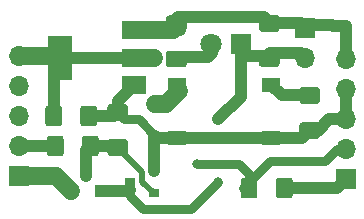
<source format=gbr>
G04 #@! TF.GenerationSoftware,KiCad,Pcbnew,5.1.9-73d0e3b20d~88~ubuntu20.04.1*
G04 #@! TF.CreationDate,2021-04-15T15:02:38+02:00*
G04 #@! TF.ProjectId,Switch3Vx,53776974-6368-4335-9678-2e6b69636164,rev?*
G04 #@! TF.SameCoordinates,Original*
G04 #@! TF.FileFunction,Copper,L1,Top*
G04 #@! TF.FilePolarity,Positive*
%FSLAX46Y46*%
G04 Gerber Fmt 4.6, Leading zero omitted, Abs format (unit mm)*
G04 Created by KiCad (PCBNEW 5.1.9-73d0e3b20d~88~ubuntu20.04.1) date 2021-04-15 15:02:38*
%MOMM*%
%LPD*%
G01*
G04 APERTURE LIST*
G04 #@! TA.AperFunction,SMDPad,CuDef*
%ADD10R,1.550000X1.300000*%
G04 #@! TD*
G04 #@! TA.AperFunction,ComponentPad*
%ADD11C,1.000000*%
G04 #@! TD*
G04 #@! TA.AperFunction,ComponentPad*
%ADD12R,1.000000X1.000000*%
G04 #@! TD*
G04 #@! TA.AperFunction,ComponentPad*
%ADD13R,1.700000X1.700000*%
G04 #@! TD*
G04 #@! TA.AperFunction,ComponentPad*
%ADD14O,1.700000X1.700000*%
G04 #@! TD*
G04 #@! TA.AperFunction,ComponentPad*
%ADD15R,1.800000X1.800000*%
G04 #@! TD*
G04 #@! TA.AperFunction,ComponentPad*
%ADD16C,1.800000*%
G04 #@! TD*
G04 #@! TA.AperFunction,SMDPad,CuDef*
%ADD17R,0.900000X0.800000*%
G04 #@! TD*
G04 #@! TA.AperFunction,SMDPad,CuDef*
%ADD18R,2.000000X3.800000*%
G04 #@! TD*
G04 #@! TA.AperFunction,SMDPad,CuDef*
%ADD19R,2.000000X1.500000*%
G04 #@! TD*
G04 #@! TA.AperFunction,ViaPad*
%ADD20C,0.800000*%
G04 #@! TD*
G04 #@! TA.AperFunction,Conductor*
%ADD21C,1.500000*%
G04 #@! TD*
G04 #@! TA.AperFunction,Conductor*
%ADD22C,1.000000*%
G04 #@! TD*
G04 #@! TA.AperFunction,Conductor*
%ADD23C,0.800000*%
G04 #@! TD*
G04 #@! TA.AperFunction,Conductor*
%ADD24C,0.500000*%
G04 #@! TD*
G04 APERTURE END LIST*
D10*
X49238000Y-93309000D03*
X49238000Y-88809000D03*
X57188000Y-88809000D03*
X57188000Y-93309000D03*
D11*
X41529000Y-96520000D03*
X40259000Y-97790000D03*
D12*
X42799000Y-97790000D03*
D13*
X63500000Y-96774000D03*
D14*
X63500000Y-94234000D03*
X63500000Y-91694000D03*
X63500000Y-89154000D03*
X63500000Y-86614000D03*
G04 #@! TA.AperFunction,SMDPad,CuDef*
G36*
G01*
X38059000Y-92065000D02*
X38059000Y-90815000D01*
G75*
G02*
X38309000Y-90565000I250000J0D01*
G01*
X39234000Y-90565000D01*
G75*
G02*
X39484000Y-90815000I0J-250000D01*
G01*
X39484000Y-92065000D01*
G75*
G02*
X39234000Y-92315000I-250000J0D01*
G01*
X38309000Y-92315000D01*
G75*
G02*
X38059000Y-92065000I0J250000D01*
G01*
G37*
G04 #@! TD.AperFunction*
G04 #@! TA.AperFunction,SMDPad,CuDef*
G36*
G01*
X41034000Y-92065000D02*
X41034000Y-90815000D01*
G75*
G02*
X41284000Y-90565000I250000J0D01*
G01*
X42209000Y-90565000D01*
G75*
G02*
X42459000Y-90815000I0J-250000D01*
G01*
X42459000Y-92065000D01*
G75*
G02*
X42209000Y-92315000I-250000J0D01*
G01*
X41284000Y-92315000D01*
G75*
G02*
X41034000Y-92065000I0J250000D01*
G01*
G37*
G04 #@! TD.AperFunction*
G04 #@! TA.AperFunction,SMDPad,CuDef*
G36*
G01*
X59827000Y-91961000D02*
X61077000Y-91961000D01*
G75*
G02*
X61327000Y-92211000I0J-250000D01*
G01*
X61327000Y-93136000D01*
G75*
G02*
X61077000Y-93386000I-250000J0D01*
G01*
X59827000Y-93386000D01*
G75*
G02*
X59577000Y-93136000I0J250000D01*
G01*
X59577000Y-92211000D01*
G75*
G02*
X59827000Y-91961000I250000J0D01*
G01*
G37*
G04 #@! TD.AperFunction*
G04 #@! TA.AperFunction,SMDPad,CuDef*
G36*
G01*
X59827000Y-88986000D02*
X61077000Y-88986000D01*
G75*
G02*
X61327000Y-89236000I0J-250000D01*
G01*
X61327000Y-90161000D01*
G75*
G02*
X61077000Y-90411000I-250000J0D01*
G01*
X59827000Y-90411000D01*
G75*
G02*
X59577000Y-90161000I0J250000D01*
G01*
X59577000Y-89236000D01*
G75*
G02*
X59827000Y-88986000I250000J0D01*
G01*
G37*
G04 #@! TD.AperFunction*
G04 #@! TA.AperFunction,SMDPad,CuDef*
G36*
G01*
X56398000Y-82890000D02*
X57648000Y-82890000D01*
G75*
G02*
X57898000Y-83140000I0J-250000D01*
G01*
X57898000Y-84065000D01*
G75*
G02*
X57648000Y-84315000I-250000J0D01*
G01*
X56398000Y-84315000D01*
G75*
G02*
X56148000Y-84065000I0J250000D01*
G01*
X56148000Y-83140000D01*
G75*
G02*
X56398000Y-82890000I250000J0D01*
G01*
G37*
G04 #@! TD.AperFunction*
G04 #@! TA.AperFunction,SMDPad,CuDef*
G36*
G01*
X56398000Y-85865000D02*
X57648000Y-85865000D01*
G75*
G02*
X57898000Y-86115000I0J-250000D01*
G01*
X57898000Y-87040000D01*
G75*
G02*
X57648000Y-87290000I-250000J0D01*
G01*
X56398000Y-87290000D01*
G75*
G02*
X56148000Y-87040000I0J250000D01*
G01*
X56148000Y-86115000D01*
G75*
G02*
X56398000Y-85865000I250000J0D01*
G01*
G37*
G04 #@! TD.AperFunction*
D15*
X54610000Y-85344000D03*
D16*
X52070000Y-85344000D03*
D13*
X35814000Y-96520000D03*
D14*
X35814000Y-93980000D03*
X35814000Y-91440000D03*
X35814000Y-88900000D03*
X35814000Y-86360000D03*
D13*
X60071000Y-83947000D03*
D14*
X60071000Y-86487000D03*
D17*
X45228000Y-97028000D03*
X47228000Y-96078000D03*
X47228000Y-97978000D03*
G04 #@! TA.AperFunction,SMDPad,CuDef*
G36*
G01*
X38186000Y-94605000D02*
X38186000Y-93355000D01*
G75*
G02*
X38436000Y-93105000I250000J0D01*
G01*
X39361000Y-93105000D01*
G75*
G02*
X39611000Y-93355000I0J-250000D01*
G01*
X39611000Y-94605000D01*
G75*
G02*
X39361000Y-94855000I-250000J0D01*
G01*
X38436000Y-94855000D01*
G75*
G02*
X38186000Y-94605000I0J250000D01*
G01*
G37*
G04 #@! TD.AperFunction*
G04 #@! TA.AperFunction,SMDPad,CuDef*
G36*
G01*
X41161000Y-94605000D02*
X41161000Y-93355000D01*
G75*
G02*
X41411000Y-93105000I250000J0D01*
G01*
X42336000Y-93105000D01*
G75*
G02*
X42586000Y-93355000I0J-250000D01*
G01*
X42586000Y-94605000D01*
G75*
G02*
X42336000Y-94855000I-250000J0D01*
G01*
X41411000Y-94855000D01*
G75*
G02*
X41161000Y-94605000I0J250000D01*
G01*
G37*
G04 #@! TD.AperFunction*
G04 #@! TA.AperFunction,SMDPad,CuDef*
G36*
G01*
X57576000Y-98161000D02*
X57576000Y-96911000D01*
G75*
G02*
X57826000Y-96661000I250000J0D01*
G01*
X58751000Y-96661000D01*
G75*
G02*
X59001000Y-96911000I0J-250000D01*
G01*
X59001000Y-98161000D01*
G75*
G02*
X58751000Y-98411000I-250000J0D01*
G01*
X57826000Y-98411000D01*
G75*
G02*
X57576000Y-98161000I0J250000D01*
G01*
G37*
G04 #@! TD.AperFunction*
G04 #@! TA.AperFunction,SMDPad,CuDef*
G36*
G01*
X54601000Y-98161000D02*
X54601000Y-96911000D01*
G75*
G02*
X54851000Y-96661000I250000J0D01*
G01*
X55776000Y-96661000D01*
G75*
G02*
X56026000Y-96911000I0J-250000D01*
G01*
X56026000Y-98161000D01*
G75*
G02*
X55776000Y-98411000I-250000J0D01*
G01*
X54851000Y-98411000D01*
G75*
G02*
X54601000Y-98161000I0J250000D01*
G01*
G37*
G04 #@! TD.AperFunction*
G04 #@! TA.AperFunction,SMDPad,CuDef*
G36*
G01*
X49774000Y-87322000D02*
X48524000Y-87322000D01*
G75*
G02*
X48274000Y-87072000I0J250000D01*
G01*
X48274000Y-86147000D01*
G75*
G02*
X48524000Y-85897000I250000J0D01*
G01*
X49774000Y-85897000D01*
G75*
G02*
X50024000Y-86147000I0J-250000D01*
G01*
X50024000Y-87072000D01*
G75*
G02*
X49774000Y-87322000I-250000J0D01*
G01*
G37*
G04 #@! TD.AperFunction*
G04 #@! TA.AperFunction,SMDPad,CuDef*
G36*
G01*
X49774000Y-84347000D02*
X48524000Y-84347000D01*
G75*
G02*
X48274000Y-84097000I0J250000D01*
G01*
X48274000Y-83172000D01*
G75*
G02*
X48524000Y-82922000I250000J0D01*
G01*
X49774000Y-82922000D01*
G75*
G02*
X50024000Y-83172000I0J-250000D01*
G01*
X50024000Y-84097000D01*
G75*
G02*
X49774000Y-84347000I-250000J0D01*
G01*
G37*
G04 #@! TD.AperFunction*
G04 #@! TA.AperFunction,SMDPad,CuDef*
G36*
G01*
X43571000Y-93394500D02*
X44821000Y-93394500D01*
G75*
G02*
X45071000Y-93644500I0J-250000D01*
G01*
X45071000Y-94569500D01*
G75*
G02*
X44821000Y-94819500I-250000J0D01*
G01*
X43571000Y-94819500D01*
G75*
G02*
X43321000Y-94569500I0J250000D01*
G01*
X43321000Y-93644500D01*
G75*
G02*
X43571000Y-93394500I250000J0D01*
G01*
G37*
G04 #@! TD.AperFunction*
G04 #@! TA.AperFunction,SMDPad,CuDef*
G36*
G01*
X43571000Y-90419500D02*
X44821000Y-90419500D01*
G75*
G02*
X45071000Y-90669500I0J-250000D01*
G01*
X45071000Y-91594500D01*
G75*
G02*
X44821000Y-91844500I-250000J0D01*
G01*
X43571000Y-91844500D01*
G75*
G02*
X43321000Y-91594500I0J250000D01*
G01*
X43321000Y-90669500D01*
G75*
G02*
X43571000Y-90419500I250000J0D01*
G01*
G37*
G04 #@! TD.AperFunction*
D18*
X39268000Y-86487000D03*
D19*
X45568000Y-86487000D03*
X45568000Y-84187000D03*
X45568000Y-88787000D03*
D20*
X47371000Y-93091000D03*
X47244000Y-86487000D03*
X47371000Y-90424000D03*
X52705000Y-91694000D03*
X52705000Y-97028000D03*
X50927000Y-95504000D03*
D21*
X38989000Y-96520000D02*
X40259000Y-97790000D01*
X35814000Y-96520000D02*
X37846000Y-96520000D01*
X37846000Y-96520000D02*
X38989000Y-96520000D01*
D22*
X63500000Y-89154000D02*
X63500000Y-91694000D01*
X43888000Y-91440000D02*
X44196000Y-91132000D01*
X41746500Y-91440000D02*
X43888000Y-91440000D01*
X44196000Y-90159000D02*
X45568000Y-88787000D01*
X44196000Y-91132000D02*
X44196000Y-90159000D01*
X47228000Y-93234000D02*
X47371000Y-93091000D01*
X47228000Y-96078000D02*
X47228000Y-93234000D01*
X59816500Y-93309000D02*
X60452000Y-92673500D01*
X57188000Y-93309000D02*
X59816500Y-93309000D01*
X60452000Y-92673500D02*
X61123500Y-92673500D01*
X62103000Y-91694000D02*
X63500000Y-91694000D01*
X61123500Y-92673500D02*
X62103000Y-91694000D01*
X47589000Y-93309000D02*
X47371000Y-93091000D01*
X49238000Y-93309000D02*
X47589000Y-93309000D01*
X49238000Y-93309000D02*
X57188000Y-93309000D01*
D23*
X47371000Y-93091000D02*
X45974000Y-91694000D01*
X44758000Y-91694000D02*
X44196000Y-91132000D01*
X45974000Y-91694000D02*
X44758000Y-91694000D01*
D22*
X39141000Y-86360000D02*
X39268000Y-86487000D01*
D21*
X35814000Y-86360000D02*
X39141000Y-86360000D01*
X45568000Y-86487000D02*
X47244000Y-86487000D01*
D22*
X38771500Y-86983500D02*
X39268000Y-86487000D01*
X38771500Y-91440000D02*
X38771500Y-86983500D01*
X45568000Y-86487000D02*
X39268000Y-86487000D01*
X62738000Y-97536000D02*
X63500000Y-96774000D01*
X58288500Y-97536000D02*
X62738000Y-97536000D01*
D21*
X48258000Y-90424000D02*
X49365000Y-89317000D01*
X47371000Y-90424000D02*
X48258000Y-90424000D01*
D22*
X58077500Y-89698500D02*
X57188000Y-88809000D01*
X60452000Y-89698500D02*
X58077500Y-89698500D01*
X48846000Y-84187000D02*
X48895000Y-84138000D01*
D21*
X45568000Y-84187000D02*
X48846000Y-84187000D01*
D22*
X48895000Y-84138000D02*
X49466000Y-84138000D01*
X59865000Y-83741000D02*
X59690000Y-83566000D01*
X62309000Y-83741000D02*
X59865000Y-83741000D01*
X49585000Y-83336000D02*
X49149000Y-83772000D01*
X63500000Y-86614000D02*
X63500000Y-83820000D01*
X62388000Y-83820000D02*
X62309000Y-83741000D01*
X63500000Y-83820000D02*
X62388000Y-83820000D01*
X49149000Y-83185000D02*
X49287990Y-83046010D01*
X49149000Y-83634500D02*
X49149000Y-83185000D01*
X56593510Y-83046010D02*
X57150000Y-83602500D01*
X49287990Y-83046010D02*
X56593510Y-83046010D01*
X59599500Y-83602500D02*
X59817000Y-83820000D01*
X57150000Y-83602500D02*
X59599500Y-83602500D01*
X54967000Y-86336000D02*
X54737000Y-86106000D01*
X57126000Y-86106000D02*
X56896000Y-86336000D01*
X56896000Y-86336000D02*
X54967000Y-86336000D01*
X59690000Y-86106000D02*
X57126000Y-86106000D01*
X54610000Y-85344000D02*
X54610000Y-89789000D01*
X54610000Y-89789000D02*
X52705000Y-91694000D01*
X52705000Y-91694000D02*
X52705000Y-91694000D01*
X52705000Y-91694000D02*
X52705000Y-91694000D01*
D23*
X45228000Y-98228000D02*
X46314000Y-99314000D01*
X46314000Y-99314000D02*
X50419000Y-99314000D01*
X50419000Y-99314000D02*
X52705000Y-97028000D01*
X52705000Y-97028000D02*
X52705000Y-97028000D01*
X45228000Y-97933000D02*
X45228000Y-98228000D01*
D22*
X42799000Y-97790000D02*
X45117000Y-97790000D01*
X45117000Y-97790000D02*
X45228000Y-97679000D01*
D23*
X45228000Y-97679000D02*
X45228000Y-97933000D01*
X45228000Y-97028000D02*
X45228000Y-97679000D01*
D22*
X51831000Y-86472000D02*
X52197000Y-86106000D01*
X49149000Y-86472000D02*
X51831000Y-86472000D01*
D23*
X57087000Y-95250000D02*
X54801000Y-97536000D01*
X61722000Y-95250000D02*
X57087000Y-95250000D01*
X62738000Y-94234000D02*
X61722000Y-95250000D01*
X63500000Y-94234000D02*
X62738000Y-94234000D01*
X50927000Y-95504000D02*
X54483000Y-95504000D01*
X55313500Y-96334500D02*
X55313500Y-97536000D01*
X54483000Y-95504000D02*
X55313500Y-96334500D01*
D22*
X41529000Y-96520000D02*
X41529000Y-96266000D01*
X41529000Y-94324500D02*
X41873500Y-93980000D01*
X41529000Y-96520000D02*
X41529000Y-94324500D01*
X44069000Y-93980000D02*
X44196000Y-94107000D01*
X41873500Y-93980000D02*
X44069000Y-93980000D01*
D24*
X46277990Y-96188990D02*
X44196000Y-94107000D01*
X46277990Y-97027990D02*
X46277990Y-96188990D01*
X47228000Y-97978000D02*
X46277990Y-97027990D01*
D22*
X38898500Y-93980000D02*
X35814000Y-93980000D01*
M02*

</source>
